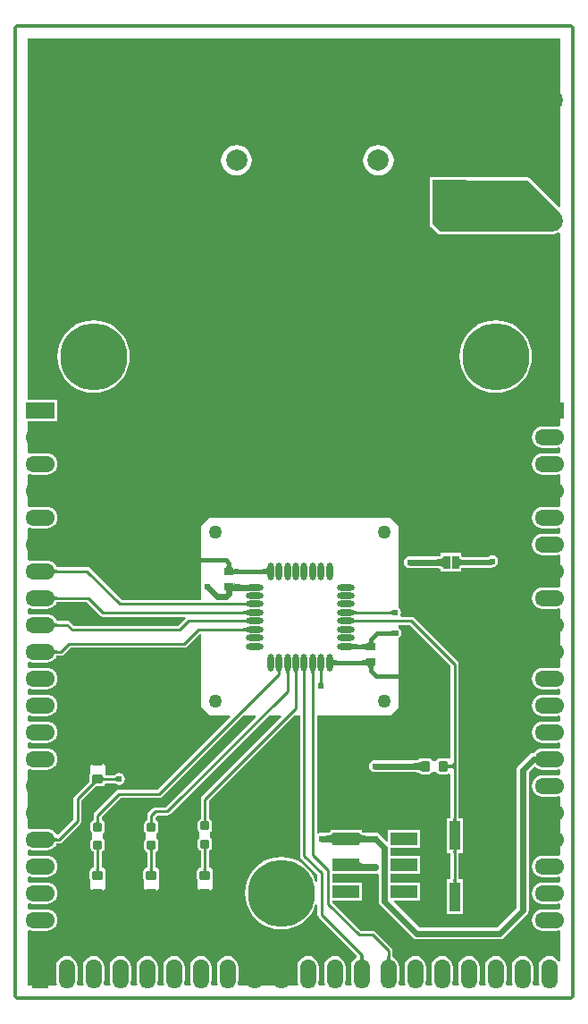
<source format=gtl>
G04*
G04 #@! TF.GenerationSoftware,Altium Limited,Altium Designer,18.1.7 (191)*
G04*
G04 Layer_Physical_Order=1*
G04 Layer_Color=255*
%FSLAX25Y25*%
%MOIN*%
G70*
G01*
G75*
%ADD11C,0.02000*%
%ADD16C,0.01000*%
%ADD21C,0.01200*%
G04:AMPARAMS|DCode=22|XSize=39.37mil|YSize=35.43mil|CornerRadius=4.43mil|HoleSize=0mil|Usage=FLASHONLY|Rotation=270.000|XOffset=0mil|YOffset=0mil|HoleType=Round|Shape=RoundedRectangle|*
%AMROUNDEDRECTD22*
21,1,0.03937,0.02657,0,0,270.0*
21,1,0.03051,0.03543,0,0,270.0*
1,1,0.00886,-0.01329,-0.01526*
1,1,0.00886,-0.01329,0.01526*
1,1,0.00886,0.01329,0.01526*
1,1,0.00886,0.01329,-0.01526*
%
%ADD22ROUNDEDRECTD22*%
%ADD23R,0.12598X0.16535*%
%ADD26R,0.03740X0.02953*%
%ADD27R,0.03937X0.11024*%
G04:AMPARAMS|DCode=28|XSize=39.37mil|YSize=35.43mil|CornerRadius=4.43mil|HoleSize=0mil|Usage=FLASHONLY|Rotation=0.000|XOffset=0mil|YOffset=0mil|HoleType=Round|Shape=RoundedRectangle|*
%AMROUNDEDRECTD28*
21,1,0.03937,0.02657,0,0,0.0*
21,1,0.03051,0.03543,0,0,0.0*
1,1,0.00886,0.01526,-0.01329*
1,1,0.00886,-0.01526,-0.01329*
1,1,0.00886,-0.01526,0.01329*
1,1,0.00886,0.01526,0.01329*
%
%ADD28ROUNDEDRECTD28*%
G04:AMPARAMS|DCode=29|XSize=31.5mil|YSize=31.5mil|CornerRadius=3.94mil|HoleSize=0mil|Usage=FLASHONLY|Rotation=270.000|XOffset=0mil|YOffset=0mil|HoleType=Round|Shape=RoundedRectangle|*
%AMROUNDEDRECTD29*
21,1,0.03150,0.02362,0,0,270.0*
21,1,0.02362,0.03150,0,0,270.0*
1,1,0.00787,-0.01181,-0.01181*
1,1,0.00787,-0.01181,0.01181*
1,1,0.00787,0.01181,0.01181*
1,1,0.00787,0.01181,-0.01181*
%
%ADD29ROUNDEDRECTD29*%
%ADD47R,0.02500X0.05000*%
%ADD48C,0.05000*%
%ADD49O,0.02362X0.06496*%
%ADD50O,0.06496X0.02362*%
%ADD51R,0.09843X0.04724*%
%ADD52C,0.02400*%
%ADD53C,0.01600*%
%ADD54C,0.02800*%
%ADD55C,0.07874*%
%ADD56C,0.25000*%
%ADD57O,0.11000X0.06000*%
%ADD58R,0.11000X0.06000*%
%ADD59O,0.06000X0.11000*%
%ADD60R,0.06000X0.11000*%
%ADD61C,0.02400*%
G36*
X302529Y394397D02*
X301975Y394167D01*
X291221Y404921D01*
X290890Y405142D01*
X290500Y405220D01*
X268476D01*
Y405268D01*
X253878D01*
Y386732D01*
X254626D01*
X256979Y384379D01*
X257310Y384158D01*
X257700Y384080D01*
X299957D01*
X300055Y384100D01*
X300156D01*
X300855Y384239D01*
X300948Y384278D01*
X301046Y384297D01*
X301706Y384570D01*
X301789Y384626D01*
X301882Y384664D01*
X301929Y384696D01*
X302529Y384375D01*
Y312729D01*
X301929Y312412D01*
X301000Y312534D01*
X296000D01*
X294956Y312397D01*
X293983Y311994D01*
X293147Y311353D01*
X292506Y310517D01*
X292103Y309544D01*
X291966Y308500D01*
X292103Y307456D01*
X292506Y306483D01*
X293147Y305647D01*
X293983Y305006D01*
X294956Y304603D01*
X296000Y304466D01*
X301000D01*
X301929Y304588D01*
X302529Y304271D01*
Y302729D01*
X301929Y302412D01*
X301000Y302535D01*
X296000D01*
X294956Y302397D01*
X293983Y301994D01*
X293147Y301353D01*
X292506Y300517D01*
X292103Y299544D01*
X291966Y298500D01*
X292103Y297456D01*
X292506Y296483D01*
X293147Y295647D01*
X293983Y295006D01*
X294956Y294603D01*
X296000Y294465D01*
X301000D01*
X301929Y294588D01*
X302529Y294271D01*
Y282729D01*
X301929Y282412D01*
X301000Y282535D01*
X296000D01*
X294956Y282397D01*
X293983Y281994D01*
X293147Y281353D01*
X292506Y280517D01*
X292103Y279544D01*
X291966Y278500D01*
X292103Y277456D01*
X292506Y276483D01*
X293147Y275647D01*
X293983Y275006D01*
X294956Y274603D01*
X296000Y274465D01*
X301000D01*
X301929Y274588D01*
X302529Y274271D01*
Y272729D01*
X301929Y272412D01*
X301000Y272534D01*
X296000D01*
X294956Y272397D01*
X293983Y271994D01*
X293147Y271353D01*
X292506Y270517D01*
X292103Y269544D01*
X291966Y268500D01*
X292103Y267456D01*
X292506Y266483D01*
X293147Y265647D01*
X293983Y265006D01*
X294956Y264603D01*
X296000Y264465D01*
X301000D01*
X301929Y264588D01*
X302529Y264271D01*
Y252729D01*
X301929Y252412D01*
X301000Y252535D01*
X296000D01*
X294956Y252397D01*
X293983Y251994D01*
X293147Y251353D01*
X292506Y250517D01*
X292103Y249544D01*
X291966Y248500D01*
X292103Y247456D01*
X292506Y246483D01*
X293147Y245647D01*
X293983Y245006D01*
X294956Y244603D01*
X296000Y244465D01*
X301000D01*
X301929Y244588D01*
X302529Y244271D01*
Y222729D01*
X301929Y222412D01*
X301000Y222534D01*
X296000D01*
X294956Y222397D01*
X293983Y221994D01*
X293147Y221353D01*
X292506Y220517D01*
X292103Y219544D01*
X291966Y218500D01*
X292103Y217456D01*
X292506Y216483D01*
X293147Y215647D01*
X293983Y215006D01*
X294956Y214603D01*
X296000Y214465D01*
X301000D01*
X301929Y214588D01*
X302529Y214271D01*
Y212729D01*
X301929Y212412D01*
X301000Y212534D01*
X296000D01*
X294956Y212397D01*
X293983Y211994D01*
X293147Y211353D01*
X292506Y210517D01*
X292103Y209544D01*
X291966Y208500D01*
X292103Y207456D01*
X292506Y206483D01*
X293147Y205647D01*
X293983Y205006D01*
X294956Y204603D01*
X296000Y204466D01*
X301000D01*
X301929Y204588D01*
X302529Y204271D01*
Y202729D01*
X301929Y202412D01*
X301000Y202535D01*
X296000D01*
X294956Y202397D01*
X293983Y201994D01*
X293147Y201353D01*
X292506Y200517D01*
X292103Y199544D01*
X291966Y198500D01*
X292103Y197456D01*
X292506Y196483D01*
X293147Y195647D01*
X293983Y195006D01*
X294956Y194603D01*
X296000Y194465D01*
X301000D01*
X301929Y194588D01*
X302529Y194271D01*
Y192729D01*
X301929Y192412D01*
X301000Y192534D01*
X296000D01*
X294956Y192397D01*
X293983Y191994D01*
X293147Y191353D01*
X292679Y190743D01*
X292500D01*
X291642Y190572D01*
X290914Y190086D01*
X286914Y186086D01*
X286428Y185358D01*
X286257Y184500D01*
Y132929D01*
X279071Y125743D01*
X249929D01*
X240431Y135241D01*
X240661Y135795D01*
X250248D01*
Y142520D01*
X239243D01*
Y145638D01*
X250248D01*
Y152362D01*
X239243D01*
Y155480D01*
X250248D01*
Y162205D01*
X238405D01*
Y158051D01*
X237851Y157821D01*
X235244Y160429D01*
X234516Y160915D01*
X233658Y161086D01*
X229428D01*
X229242Y161101D01*
X228967Y161145D01*
X228761Y161198D01*
X228629Y161250D01*
X228600Y161267D01*
X228596Y161304D01*
X228594Y161309D01*
Y162205D01*
X227621D01*
X227583Y162212D01*
X227544Y162205D01*
X227488D01*
X227471Y162206D01*
X227466Y162205D01*
X217880D01*
X217875Y162206D01*
X217858Y162205D01*
X217802D01*
X217764Y162212D01*
X217726Y162205D01*
X216752D01*
Y161309D01*
X216751Y161304D01*
X216746Y161267D01*
X216718Y161250D01*
X216585Y161198D01*
X216380Y161145D01*
X216104Y161101D01*
X215919Y161086D01*
X213657D01*
X212799Y160915D01*
X212354Y160617D01*
X211754Y160938D01*
Y204700D01*
X239200Y204700D01*
X242300Y207800D01*
X242300Y233656D01*
X242686Y233914D01*
X243172Y234642D01*
X243343Y235500D01*
X243172Y236358D01*
X242686Y237086D01*
X242300Y237344D01*
Y238396D01*
X246441D01*
X261597Y223240D01*
Y188838D01*
X260997Y188547D01*
X260750Y188712D01*
X260187Y188823D01*
X257529D01*
X256966Y188712D01*
X256489Y188393D01*
X256170Y187915D01*
X256146Y187795D01*
X254877D01*
X254853Y187915D01*
X254534Y188393D01*
X254057Y188712D01*
X253494Y188823D01*
X250837D01*
X250274Y188712D01*
X250061Y188569D01*
X250057Y188568D01*
X250045Y188558D01*
X249796Y188393D01*
X249749Y188323D01*
X249746Y188320D01*
X249712Y188279D01*
X249675Y188258D01*
X249579Y188219D01*
X249430Y188175D01*
X249231Y188133D01*
X248997Y188098D01*
X248603Y188070D01*
X233465D01*
X232606Y187899D01*
X231878Y187413D01*
X231392Y186685D01*
X231222Y185827D01*
X231392Y184968D01*
X231878Y184241D01*
X232606Y183754D01*
X233465Y183584D01*
X248603D01*
X248997Y183555D01*
X249231Y183521D01*
X249430Y183479D01*
X249579Y183435D01*
X249675Y183396D01*
X249712Y183375D01*
X249746Y183334D01*
X249749Y183331D01*
X249796Y183261D01*
X250045Y183095D01*
X250057Y183085D01*
X250061Y183084D01*
X250274Y182942D01*
X250837Y182830D01*
X253494D01*
X254057Y182942D01*
X254534Y183261D01*
X254853Y183738D01*
X254877Y183858D01*
X256146D01*
X256170Y183738D01*
X256489Y183261D01*
X256966Y182942D01*
X257529Y182830D01*
X260187D01*
X260750Y182942D01*
X260997Y183107D01*
X261597Y182816D01*
Y166429D01*
X260157D01*
Y153405D01*
X261597D01*
Y143595D01*
X260157D01*
Y130571D01*
X266094D01*
Y143595D01*
X264655D01*
Y153405D01*
X266094D01*
Y166429D01*
X264655D01*
Y185827D01*
Y223874D01*
X264539Y224459D01*
X264207Y224956D01*
X248156Y241007D01*
X247660Y241338D01*
X247075Y241455D01*
X243210D01*
X242889Y242055D01*
X242998Y242216D01*
X243168Y243075D01*
X242998Y243933D01*
X242511Y244661D01*
X242300Y244802D01*
X242300Y275200D01*
X239200Y278300D01*
X171700Y278300D01*
X168700Y275300D01*
X168700Y253627D01*
X168684Y253603D01*
X168513Y252744D01*
X168684Y251886D01*
X168700Y251861D01*
Y247754D01*
X138909D01*
X127081Y259581D01*
X126585Y259913D01*
X126000Y260029D01*
X114711D01*
X114696Y260031D01*
X114494Y260517D01*
X113853Y261353D01*
X113017Y261994D01*
X112044Y262397D01*
X111000Y262534D01*
X106000D01*
X104956Y262397D01*
X104571Y262238D01*
X103971Y262638D01*
Y274361D01*
X104571Y274762D01*
X104956Y274603D01*
X106000Y274465D01*
X111000D01*
X112044Y274603D01*
X113017Y275006D01*
X113853Y275647D01*
X114494Y276483D01*
X114897Y277456D01*
X115034Y278500D01*
X114897Y279544D01*
X114494Y280517D01*
X113853Y281353D01*
X113017Y281994D01*
X112044Y282397D01*
X111000Y282535D01*
X106000D01*
X104956Y282397D01*
X104571Y282238D01*
X103971Y282639D01*
Y294361D01*
X104571Y294762D01*
X104956Y294603D01*
X106000Y294465D01*
X111000D01*
X112044Y294603D01*
X113017Y295006D01*
X113853Y295647D01*
X114494Y296483D01*
X114897Y297456D01*
X115034Y298500D01*
X114897Y299544D01*
X114494Y300517D01*
X113853Y301353D01*
X113017Y301994D01*
X112044Y302397D01*
X111000Y302535D01*
X106000D01*
X104956Y302397D01*
X104571Y302238D01*
X103971Y302639D01*
Y314500D01*
X115000D01*
Y322500D01*
X103971D01*
Y457029D01*
X302529D01*
Y394397D01*
D02*
G37*
G36*
Y392171D02*
Y386947D01*
X302400Y386400D01*
X302161Y386161D01*
X301908Y385908D01*
X301315Y385512D01*
X300656Y385239D01*
X299957Y385100D01*
X257700D01*
X254900Y387900D01*
X265400Y404200D01*
X290500D01*
X302529Y392171D01*
D02*
G37*
G36*
X179808Y261016D02*
X179832Y260744D01*
X179872Y260504D01*
X179928Y260296D01*
X180000Y260120D01*
X180088Y259976D01*
X180192Y259864D01*
X180312Y259784D01*
X180448Y259736D01*
X180600Y259720D01*
X177400D01*
X177552Y259736D01*
X177688Y259784D01*
X177808Y259864D01*
X177912Y259976D01*
X178000Y260120D01*
X178072Y260296D01*
X178128Y260504D01*
X178168Y260744D01*
X178192Y261016D01*
X178200Y261320D01*
X179800D01*
X179808Y261016D01*
D02*
G37*
G36*
X113819Y259402D02*
X113853Y259318D01*
X113911Y259243D01*
X113991Y259179D01*
X114094Y259124D01*
X114220Y259079D01*
X114369Y259045D01*
X114541Y259020D01*
X114735Y259005D01*
X114953Y259000D01*
Y258000D01*
X114735Y257995D01*
X114541Y257980D01*
X114369Y257955D01*
X114220Y257921D01*
X114094Y257876D01*
X113991Y257821D01*
X113911Y257757D01*
X113853Y257682D01*
X113819Y257598D01*
X113808Y257504D01*
Y259496D01*
X113819Y259402D01*
D02*
G37*
G36*
X193309Y256928D02*
X193293Y257080D01*
X193245Y257216D01*
X193164Y257336D01*
X193051Y257440D01*
X192906Y257528D01*
X192729Y257600D01*
X192519Y257656D01*
X192278Y257696D01*
X192004Y257720D01*
X191697Y257728D01*
Y259328D01*
X192004Y259336D01*
X192278Y259360D01*
X192519Y259400D01*
X192729Y259456D01*
X192906Y259528D01*
X193051Y259616D01*
X193164Y259720D01*
X193245Y259840D01*
X193293Y259976D01*
X193309Y260128D01*
Y256928D01*
D02*
G37*
G36*
X180874Y259646D02*
X180922Y259579D01*
X181002Y259520D01*
X181114Y259469D01*
X181258Y259426D01*
X181434Y259390D01*
X181642Y259363D01*
X182154Y259331D01*
X182458Y259328D01*
Y257728D01*
X182152Y257720D01*
X181879Y257696D01*
X181637Y257656D01*
X181428Y257600D01*
X181251Y257528D01*
X181106Y257440D01*
X180993Y257336D01*
X180912Y257216D01*
X180863Y257080D01*
X180846Y256928D01*
X180858Y259720D01*
X180874Y259646D01*
D02*
G37*
G36*
X180882Y254116D02*
X180954Y254034D01*
X181074Y253961D01*
X181242Y253898D01*
X181458Y253845D01*
X181722Y253801D01*
X182034Y253767D01*
X182802Y253729D01*
X183258Y253724D01*
Y251324D01*
X180858Y251280D01*
Y254208D01*
X180882Y254116D01*
D02*
G37*
G36*
X113819Y249402D02*
X113853Y249318D01*
X113911Y249243D01*
X113991Y249179D01*
X114094Y249124D01*
X114220Y249079D01*
X114369Y249045D01*
X114541Y249020D01*
X114735Y249005D01*
X114953Y249000D01*
Y248000D01*
X114735Y247995D01*
X114541Y247980D01*
X114369Y247955D01*
X114220Y247921D01*
X114094Y247876D01*
X113991Y247821D01*
X113911Y247757D01*
X113853Y247682D01*
X113819Y247598D01*
X113808Y247503D01*
Y249497D01*
X113819Y249402D01*
D02*
G37*
G36*
X185796Y245234D02*
X185781Y245327D01*
X185738Y245410D01*
X185665Y245484D01*
X185564Y245548D01*
X185433Y245602D01*
X185274Y245646D01*
X185086Y245680D01*
X184869Y245705D01*
X184622Y245720D01*
X184347Y245724D01*
Y246724D01*
X184622Y246729D01*
X185086Y246769D01*
X185274Y246803D01*
X185433Y246847D01*
X185564Y246901D01*
X185665Y246965D01*
X185738Y247038D01*
X185781Y247122D01*
X185796Y247215D01*
Y245234D01*
D02*
G37*
G36*
X130844Y241993D02*
X131340Y241662D01*
X131925Y241545D01*
X162586D01*
X162762Y241199D01*
X162798Y240945D01*
X159996Y238144D01*
X121106D01*
X119668Y239581D01*
X119172Y239913D01*
X118587Y240029D01*
X114711D01*
X114696Y240031D01*
X114494Y240517D01*
X113853Y241353D01*
X113017Y241994D01*
X112044Y242397D01*
X111000Y242534D01*
X106000D01*
X104956Y242397D01*
X104571Y242238D01*
X103971Y242638D01*
Y244361D01*
X104571Y244762D01*
X104956Y244603D01*
X106000Y244465D01*
X111000D01*
X112044Y244603D01*
X113017Y245006D01*
X113853Y245647D01*
X114494Y246483D01*
X114696Y246969D01*
X114711Y246971D01*
X125866D01*
X130844Y241993D01*
D02*
G37*
G36*
X240068Y242235D02*
X239999Y242299D01*
X239923Y242357D01*
X239842Y242408D01*
X239756Y242452D01*
X239663Y242490D01*
X239565Y242520D01*
X239461Y242544D01*
X239351Y242561D01*
X239236Y242571D01*
X239114Y242575D01*
Y243575D01*
X239236Y243578D01*
X239351Y243588D01*
X239461Y243605D01*
X239565Y243629D01*
X239663Y243660D01*
X239756Y243697D01*
X239842Y243741D01*
X239923Y243792D01*
X239999Y243850D01*
X240068Y243915D01*
Y242235D01*
D02*
G37*
G36*
X225219Y243972D02*
X225262Y243889D01*
X225335Y243815D01*
X225436Y243751D01*
X225567Y243697D01*
X225726Y243653D01*
X225914Y243619D01*
X226131Y243594D01*
X226378Y243580D01*
X226653Y243575D01*
Y242575D01*
X226378Y242570D01*
X225914Y242531D01*
X225726Y242496D01*
X225567Y242452D01*
X225436Y242398D01*
X225335Y242335D01*
X225262Y242261D01*
X225219Y242178D01*
X225204Y242084D01*
Y244065D01*
X225219Y243972D01*
D02*
G37*
G36*
X185796Y242084D02*
X185781Y242178D01*
X185738Y242261D01*
X185665Y242335D01*
X185564Y242398D01*
X185433Y242452D01*
X185274Y242496D01*
X185086Y242531D01*
X184869Y242555D01*
X184622Y242570D01*
X184347Y242575D01*
Y243575D01*
X184622Y243580D01*
X185086Y243619D01*
X185274Y243653D01*
X185433Y243697D01*
X185564Y243751D01*
X185665Y243815D01*
X185738Y243889D01*
X185781Y243972D01*
X185796Y244065D01*
Y242084D01*
D02*
G37*
G36*
X225219Y240823D02*
X225262Y240739D01*
X225335Y240666D01*
X225436Y240602D01*
X225567Y240548D01*
X225726Y240504D01*
X225914Y240469D01*
X226131Y240445D01*
X226378Y240430D01*
X226653Y240425D01*
Y239425D01*
X226378Y239420D01*
X225914Y239381D01*
X225726Y239347D01*
X225567Y239303D01*
X225436Y239249D01*
X225335Y239185D01*
X225262Y239111D01*
X225219Y239028D01*
X225204Y238935D01*
Y240916D01*
X225219Y240823D01*
D02*
G37*
G36*
X185796Y238935D02*
X185781Y239028D01*
X185738Y239111D01*
X185665Y239185D01*
X185564Y239249D01*
X185433Y239303D01*
X185274Y239347D01*
X185086Y239381D01*
X184869Y239406D01*
X184622Y239420D01*
X184347Y239425D01*
Y240425D01*
X184622Y240430D01*
X185086Y240469D01*
X185274Y240504D01*
X185433Y240548D01*
X185564Y240602D01*
X185665Y240666D01*
X185738Y240739D01*
X185781Y240823D01*
X185796Y240916D01*
Y238935D01*
D02*
G37*
G36*
X113819Y239402D02*
X113853Y239318D01*
X113911Y239243D01*
X113991Y239179D01*
X114094Y239124D01*
X114220Y239079D01*
X114369Y239045D01*
X114541Y239020D01*
X114735Y239005D01*
X114953Y239000D01*
Y238000D01*
X114735Y237995D01*
X114541Y237980D01*
X114369Y237955D01*
X114220Y237921D01*
X114094Y237876D01*
X113991Y237821D01*
X113911Y237757D01*
X113853Y237682D01*
X113819Y237598D01*
X113808Y237504D01*
Y239496D01*
X113819Y239402D01*
D02*
G37*
G36*
X185796Y235785D02*
X185781Y235878D01*
X185738Y235962D01*
X185665Y236035D01*
X185564Y236099D01*
X185433Y236153D01*
X185274Y236197D01*
X185086Y236231D01*
X184869Y236256D01*
X184622Y236271D01*
X184347Y236276D01*
Y237276D01*
X184622Y237281D01*
X185086Y237320D01*
X185274Y237354D01*
X185433Y237398D01*
X185564Y237452D01*
X185665Y237516D01*
X185738Y237590D01*
X185781Y237673D01*
X185796Y237766D01*
Y235785D01*
D02*
G37*
G36*
X240243Y234660D02*
X240228Y234668D01*
X240200Y234674D01*
X240158Y234680D01*
X240034Y234690D01*
X239622Y234700D01*
X239486Y234700D01*
Y236300D01*
X240243Y236340D01*
Y234660D01*
D02*
G37*
G36*
X232807Y232917D02*
X232827Y232663D01*
X232861Y232439D01*
X232909Y232245D01*
X232970Y232081D01*
X233045Y231947D01*
X233133Y231842D01*
X233235Y231768D01*
X233351Y231723D01*
X233480Y231708D01*
X230520D01*
X230649Y231723D01*
X230765Y231768D01*
X230867Y231842D01*
X230955Y231947D01*
X231030Y232081D01*
X231091Y232245D01*
X231139Y232439D01*
X231173Y232663D01*
X231193Y232917D01*
X231200Y233200D01*
X232800D01*
X232807Y232917D01*
D02*
G37*
G36*
X225255Y231456D02*
X225351Y231418D01*
X225473Y231385D01*
X225622Y231356D01*
X225796Y231332D01*
X226221Y231296D01*
X227054Y231276D01*
Y229676D01*
X226751Y229674D01*
X225622Y229597D01*
X225473Y229568D01*
X225351Y229535D01*
X225255Y229497D01*
X225184Y229455D01*
Y231498D01*
X225255Y231456D01*
D02*
G37*
G36*
X230154Y228876D02*
X230137Y229028D01*
X230088Y229164D01*
X230007Y229284D01*
X229894Y229388D01*
X229749Y229476D01*
X229572Y229548D01*
X229363Y229604D01*
X229121Y229644D01*
X228848Y229668D01*
X228542Y229676D01*
Y231276D01*
X228846Y231281D01*
X229358Y231316D01*
X229566Y231347D01*
X229742Y231387D01*
X229886Y231436D01*
X229998Y231494D01*
X230078Y231560D01*
X230126Y231636D01*
X230142Y231720D01*
X230154Y228876D01*
D02*
G37*
G36*
X113819Y229402D02*
X113853Y229318D01*
X113911Y229243D01*
X113991Y229179D01*
X114094Y229124D01*
X114220Y229079D01*
X114369Y229045D01*
X114541Y229020D01*
X114735Y229005D01*
X114953Y229000D01*
Y228000D01*
X114735Y227995D01*
X114541Y227980D01*
X114369Y227955D01*
X114220Y227921D01*
X114094Y227876D01*
X113991Y227821D01*
X113911Y227757D01*
X113853Y227682D01*
X113819Y227598D01*
X113808Y227503D01*
Y229497D01*
X113819Y229402D01*
D02*
G37*
G36*
X168700Y235203D02*
X168700Y207800D01*
X171800Y204700D01*
X179186D01*
X179416Y204146D01*
X152300Y177029D01*
X138000D01*
X137415Y176913D01*
X136919Y176581D01*
X128919Y168581D01*
X128587Y168085D01*
X128471Y167500D01*
Y165742D01*
X128275Y165703D01*
X127814Y165395D01*
X127506Y164934D01*
X127398Y164390D01*
Y162028D01*
X127506Y161484D01*
X127814Y161023D01*
X128032Y160878D01*
Y158847D01*
X127814Y158702D01*
X127506Y158241D01*
X127398Y157697D01*
Y155335D01*
X127506Y154791D01*
X127814Y154330D01*
X128275Y154022D01*
X128471Y153983D01*
Y148008D01*
X127911Y147897D01*
X127434Y147578D01*
X127115Y147100D01*
X127003Y146537D01*
Y143880D01*
X127115Y143317D01*
X127244Y143124D01*
Y140287D01*
X128032Y139500D01*
X131953D01*
Y139516D01*
X131955Y139500D01*
X131968D01*
X132756Y140287D01*
Y143124D01*
X132885Y143317D01*
X132997Y143880D01*
Y146537D01*
X132885Y147100D01*
X132566Y147578D01*
X132089Y147897D01*
X131529Y148008D01*
Y153983D01*
X131725Y154022D01*
X132186Y154330D01*
X132494Y154791D01*
X132602Y155335D01*
Y157697D01*
X132494Y158241D01*
X132186Y158702D01*
X131968Y158847D01*
Y160878D01*
X132186Y161023D01*
X132494Y161484D01*
X132602Y162028D01*
Y164390D01*
X132494Y164934D01*
X132186Y165395D01*
X131725Y165703D01*
X131529Y165742D01*
Y166867D01*
X138634Y173971D01*
X152933D01*
X153518Y174087D01*
X154015Y174419D01*
X184296Y204700D01*
X188753Y204700D01*
X188983Y204146D01*
X155367Y170529D01*
X151500D01*
X150915Y170413D01*
X150419Y170081D01*
X148919Y168581D01*
X148587Y168085D01*
X148471Y167500D01*
Y165588D01*
X148275Y165549D01*
X147814Y165241D01*
X147506Y164780D01*
X147398Y164236D01*
Y161874D01*
X147506Y161330D01*
X147814Y160869D01*
X148031Y160724D01*
Y158693D01*
X147814Y158548D01*
X147506Y158087D01*
X147398Y157543D01*
Y155181D01*
X147506Y154637D01*
X147814Y154176D01*
X148275Y153868D01*
X148471Y153829D01*
Y148008D01*
X147911Y147897D01*
X147434Y147578D01*
X147115Y147100D01*
X147003Y146537D01*
Y143880D01*
X147115Y143317D01*
X147244Y143124D01*
Y140287D01*
X148031Y139500D01*
X148045D01*
X148047Y139516D01*
Y139500D01*
X151953D01*
Y139516D01*
X151955Y139500D01*
X151969D01*
X152756Y140287D01*
Y143124D01*
X152885Y143317D01*
X152997Y143880D01*
Y146537D01*
X152885Y147100D01*
X152566Y147578D01*
X152089Y147897D01*
X151529Y148008D01*
Y153829D01*
X151725Y153868D01*
X152186Y154176D01*
X152494Y154637D01*
X152602Y155181D01*
Y157543D01*
X152494Y158087D01*
X152186Y158548D01*
X151969Y158693D01*
Y160724D01*
X152186Y160869D01*
X152494Y161330D01*
X152602Y161874D01*
Y164236D01*
X152494Y164780D01*
X152186Y165241D01*
X151725Y165549D01*
X151529Y165588D01*
Y166867D01*
X152134Y167471D01*
X156000D01*
X156585Y167587D01*
X157081Y167919D01*
X193863Y204700D01*
X198253D01*
X198483Y204146D01*
X168919Y174581D01*
X168587Y174085D01*
X168471Y173500D01*
Y166088D01*
X168275Y166049D01*
X167814Y165741D01*
X167506Y165280D01*
X167398Y164736D01*
Y162374D01*
X167506Y161830D01*
X167814Y161369D01*
X168032Y161224D01*
Y159193D01*
X167814Y159048D01*
X167506Y158587D01*
X167398Y158043D01*
Y155681D01*
X167506Y155137D01*
X167814Y154676D01*
X168275Y154368D01*
X168471Y154329D01*
Y148008D01*
X167911Y147897D01*
X167434Y147578D01*
X167115Y147100D01*
X167003Y146537D01*
Y143880D01*
X167115Y143317D01*
X167244Y143124D01*
Y140287D01*
X168032Y139500D01*
X168045D01*
X168047Y139516D01*
Y139500D01*
X171968D01*
X172756Y140287D01*
Y143124D01*
X172885Y143317D01*
X172997Y143880D01*
Y146537D01*
X172885Y147100D01*
X172566Y147578D01*
X172089Y147897D01*
X171529Y148008D01*
Y154329D01*
X171725Y154368D01*
X172186Y154676D01*
X172494Y155137D01*
X172602Y155681D01*
Y158043D01*
X172494Y158587D01*
X172186Y159048D01*
X171968Y159193D01*
Y161224D01*
X172186Y161369D01*
X172494Y161830D01*
X172602Y162374D01*
Y164736D01*
X172494Y165280D01*
X172186Y165741D01*
X171725Y166049D01*
X171529Y166088D01*
Y172866D01*
X203363Y204700D01*
X205545D01*
Y152425D01*
X205662Y151840D01*
X205993Y151344D01*
X211971Y145367D01*
Y142790D01*
X211379Y142685D01*
X210566Y144648D01*
X209455Y146460D01*
X208075Y148075D01*
X206460Y149455D01*
X204648Y150566D01*
X202685Y151379D01*
X200618Y151875D01*
X198500Y152042D01*
X196382Y151875D01*
X194315Y151379D01*
X192352Y150566D01*
X190540Y149455D01*
X188925Y148075D01*
X187545Y146460D01*
X186434Y144648D01*
X185621Y142685D01*
X185125Y140618D01*
X184958Y138500D01*
X185125Y136382D01*
X185621Y134315D01*
X186434Y132352D01*
X187545Y130540D01*
X188925Y128925D01*
X190540Y127544D01*
X192352Y126434D01*
X194315Y125621D01*
X196382Y125125D01*
X198500Y124958D01*
X200618Y125125D01*
X202685Y125621D01*
X204648Y126434D01*
X206460Y127544D01*
X208075Y128925D01*
X209455Y130540D01*
X210566Y132352D01*
X211379Y134315D01*
X211971Y134210D01*
Y130500D01*
X212087Y129915D01*
X212419Y129419D01*
X226632Y115205D01*
X226491Y114497D01*
X226483Y114494D01*
X225647Y113853D01*
X225006Y113017D01*
X224603Y112044D01*
X224465Y111000D01*
Y106000D01*
X224603Y104956D01*
X224762Y104571D01*
X224361Y103971D01*
X222639D01*
X222238Y104571D01*
X222397Y104956D01*
X222534Y106000D01*
Y111000D01*
X222397Y112044D01*
X221994Y113017D01*
X221353Y113853D01*
X220517Y114494D01*
X219544Y114897D01*
X218500Y115034D01*
X217456Y114897D01*
X216483Y114494D01*
X215647Y113853D01*
X215006Y113017D01*
X214603Y112044D01*
X214465Y111000D01*
Y106000D01*
X214603Y104956D01*
X214762Y104571D01*
X214362Y103971D01*
X212638D01*
X212238Y104571D01*
X212397Y104956D01*
X212534Y106000D01*
Y111000D01*
X212397Y112044D01*
X211994Y113017D01*
X211353Y113853D01*
X210517Y114494D01*
X209544Y114897D01*
X208500Y115034D01*
X207456Y114897D01*
X206483Y114494D01*
X205647Y113853D01*
X205006Y113017D01*
X204603Y112044D01*
X204466Y111000D01*
Y106000D01*
X204603Y104956D01*
X204762Y104571D01*
X204361Y103971D01*
X182639D01*
X182238Y104571D01*
X182397Y104956D01*
X182535Y106000D01*
Y111000D01*
X182397Y112044D01*
X181994Y113017D01*
X181353Y113853D01*
X180517Y114494D01*
X179544Y114897D01*
X178500Y115034D01*
X177456Y114897D01*
X176483Y114494D01*
X175647Y113853D01*
X175006Y113017D01*
X174603Y112044D01*
X174466Y111000D01*
Y106000D01*
X174603Y104956D01*
X174762Y104571D01*
X174361Y103971D01*
X172639D01*
X172238Y104571D01*
X172397Y104956D01*
X172535Y106000D01*
Y111000D01*
X172397Y112044D01*
X171994Y113017D01*
X171353Y113853D01*
X170517Y114494D01*
X169544Y114897D01*
X168500Y115034D01*
X167456Y114897D01*
X166483Y114494D01*
X165647Y113853D01*
X165006Y113017D01*
X164603Y112044D01*
X164465Y111000D01*
Y106000D01*
X164603Y104956D01*
X164762Y104571D01*
X164361Y103971D01*
X162639D01*
X162238Y104571D01*
X162397Y104956D01*
X162534Y106000D01*
Y111000D01*
X162397Y112044D01*
X161994Y113017D01*
X161353Y113853D01*
X160517Y114494D01*
X159544Y114897D01*
X158500Y115034D01*
X157456Y114897D01*
X156483Y114494D01*
X155647Y113853D01*
X155006Y113017D01*
X154603Y112044D01*
X154465Y111000D01*
Y106000D01*
X154603Y104956D01*
X154762Y104571D01*
X154361Y103971D01*
X152639D01*
X152238Y104571D01*
X152397Y104956D01*
X152534Y106000D01*
Y111000D01*
X152397Y112044D01*
X151994Y113017D01*
X151353Y113853D01*
X150517Y114494D01*
X149544Y114897D01*
X148500Y115034D01*
X147456Y114897D01*
X146483Y114494D01*
X145647Y113853D01*
X145006Y113017D01*
X144603Y112044D01*
X144465Y111000D01*
Y106000D01*
X144603Y104956D01*
X144762Y104571D01*
X144361Y103971D01*
X142639D01*
X142238Y104571D01*
X142397Y104956D01*
X142534Y106000D01*
Y111000D01*
X142397Y112044D01*
X141994Y113017D01*
X141353Y113853D01*
X140517Y114494D01*
X139544Y114897D01*
X138500Y115034D01*
X137456Y114897D01*
X136483Y114494D01*
X135647Y113853D01*
X135006Y113017D01*
X134603Y112044D01*
X134466Y111000D01*
Y106000D01*
X134603Y104956D01*
X134762Y104571D01*
X134361Y103971D01*
X132639D01*
X132238Y104571D01*
X132397Y104956D01*
X132535Y106000D01*
Y111000D01*
X132397Y112044D01*
X131994Y113017D01*
X131353Y113853D01*
X130517Y114494D01*
X129544Y114897D01*
X128500Y115034D01*
X127456Y114897D01*
X126483Y114494D01*
X125647Y113853D01*
X125006Y113017D01*
X124603Y112044D01*
X124466Y111000D01*
Y106000D01*
X124603Y104956D01*
X124762Y104571D01*
X124361Y103971D01*
X122639D01*
X122238Y104571D01*
X122397Y104956D01*
X122535Y106000D01*
Y111000D01*
X122397Y112044D01*
X121994Y113017D01*
X121353Y113853D01*
X120517Y114494D01*
X119544Y114897D01*
X118500Y115034D01*
X117456Y114897D01*
X116483Y114494D01*
X115647Y113853D01*
X115006Y113017D01*
X114603Y112044D01*
X114465Y111000D01*
Y106000D01*
X114603Y104956D01*
X114762Y104571D01*
X114361Y103971D01*
X103971D01*
Y124361D01*
X104571Y124762D01*
X104956Y124603D01*
X106000Y124466D01*
X111000D01*
X112044Y124603D01*
X113017Y125006D01*
X113853Y125647D01*
X114494Y126483D01*
X114897Y127456D01*
X115034Y128500D01*
X114897Y129544D01*
X114494Y130517D01*
X113853Y131353D01*
X113017Y131994D01*
X112044Y132397D01*
X111000Y132535D01*
X106000D01*
X104956Y132397D01*
X104571Y132238D01*
X103971Y132639D01*
Y134361D01*
X104571Y134762D01*
X104956Y134603D01*
X106000Y134466D01*
X111000D01*
X112044Y134603D01*
X113017Y135006D01*
X113853Y135647D01*
X114494Y136483D01*
X114897Y137456D01*
X115034Y138500D01*
X114897Y139544D01*
X114494Y140517D01*
X113853Y141353D01*
X113017Y141994D01*
X112044Y142397D01*
X111000Y142534D01*
X106000D01*
X104956Y142397D01*
X104571Y142238D01*
X103971Y142639D01*
Y144361D01*
X104571Y144762D01*
X104956Y144603D01*
X106000Y144465D01*
X111000D01*
X112044Y144603D01*
X113017Y145006D01*
X113853Y145647D01*
X114494Y146483D01*
X114897Y147456D01*
X115034Y148500D01*
X114897Y149544D01*
X114494Y150517D01*
X113853Y151353D01*
X113017Y151994D01*
X112044Y152397D01*
X111000Y152534D01*
X106000D01*
X104956Y152397D01*
X104571Y152238D01*
X103971Y152639D01*
Y154361D01*
X104571Y154762D01*
X104956Y154603D01*
X106000Y154465D01*
X111000D01*
X112044Y154603D01*
X113017Y155006D01*
X113853Y155647D01*
X114494Y156483D01*
X114696Y156969D01*
X114711Y156971D01*
X115500D01*
X116085Y157087D01*
X116581Y157419D01*
X123581Y164419D01*
X123913Y164915D01*
X124029Y165500D01*
Y173020D01*
X129130Y178121D01*
X129280Y178260D01*
X129397Y178353D01*
X129398Y178354D01*
X131526D01*
X132089Y178466D01*
X132566Y178785D01*
X132885Y179262D01*
X132926Y179471D01*
X136323D01*
X136344Y179467D01*
X136374Y179461D01*
X136385Y179457D01*
X136414Y179414D01*
X137142Y178928D01*
X138000Y178757D01*
X138858Y178928D01*
X139586Y179414D01*
X140072Y180142D01*
X140243Y181000D01*
X140072Y181858D01*
X139586Y182586D01*
X138858Y183072D01*
X138000Y183243D01*
X137142Y183072D01*
X136414Y182586D01*
X136385Y182543D01*
X136374Y182539D01*
X136344Y182533D01*
X136323Y182529D01*
X132987D01*
X132885Y183045D01*
X132756Y183238D01*
Y186075D01*
X131968Y186862D01*
X128032D01*
X127244Y186075D01*
Y183238D01*
X127115Y183045D01*
X127003Y182482D01*
Y180350D01*
X126827Y180143D01*
X121419Y174735D01*
X121087Y174239D01*
X120971Y173653D01*
Y166133D01*
X115205Y160368D01*
X114497Y160509D01*
X114494Y160517D01*
X113853Y161353D01*
X113017Y161994D01*
X112044Y162397D01*
X111000Y162534D01*
X106000D01*
X104956Y162397D01*
X104571Y162238D01*
X103971Y162639D01*
Y184361D01*
X104571Y184762D01*
X104956Y184603D01*
X106000Y184466D01*
X111000D01*
X112044Y184603D01*
X113017Y185006D01*
X113853Y185647D01*
X114494Y186483D01*
X114897Y187456D01*
X115034Y188500D01*
X114897Y189544D01*
X114494Y190517D01*
X113853Y191353D01*
X113017Y191994D01*
X112044Y192397D01*
X111000Y192534D01*
X106000D01*
X104956Y192397D01*
X104571Y192238D01*
X103971Y192639D01*
Y194361D01*
X104571Y194762D01*
X104956Y194603D01*
X106000Y194465D01*
X111000D01*
X112044Y194603D01*
X113017Y195006D01*
X113853Y195647D01*
X114494Y196483D01*
X114897Y197456D01*
X115034Y198500D01*
X114897Y199544D01*
X114494Y200517D01*
X113853Y201353D01*
X113017Y201994D01*
X112044Y202397D01*
X111000Y202535D01*
X106000D01*
X104956Y202397D01*
X104571Y202238D01*
X103971Y202639D01*
Y204361D01*
X104571Y204762D01*
X104956Y204603D01*
X106000Y204466D01*
X111000D01*
X112044Y204603D01*
X113017Y205006D01*
X113853Y205647D01*
X114494Y206483D01*
X114897Y207456D01*
X115034Y208500D01*
X114897Y209544D01*
X114494Y210517D01*
X113853Y211353D01*
X113017Y211994D01*
X112044Y212397D01*
X111000Y212534D01*
X106000D01*
X104956Y212397D01*
X104571Y212238D01*
X103971Y212638D01*
Y214362D01*
X104571Y214762D01*
X104956Y214603D01*
X106000Y214465D01*
X111000D01*
X112044Y214603D01*
X113017Y215006D01*
X113853Y215647D01*
X114494Y216483D01*
X114897Y217456D01*
X115034Y218500D01*
X114897Y219544D01*
X114494Y220517D01*
X113853Y221353D01*
X113017Y221994D01*
X112044Y222397D01*
X111000Y222534D01*
X106000D01*
X104956Y222397D01*
X104571Y222238D01*
X103971Y222639D01*
Y224361D01*
X104571Y224762D01*
X104956Y224603D01*
X106000Y224465D01*
X111000D01*
X112044Y224603D01*
X113017Y225006D01*
X113853Y225647D01*
X114494Y226483D01*
X114696Y226969D01*
X114711Y226971D01*
X116295D01*
X116881Y227087D01*
X117377Y227419D01*
X119925Y229967D01*
X162205D01*
X162790Y230083D01*
X163286Y230415D01*
X168100Y235228D01*
X168700Y235203D01*
D02*
G37*
G36*
X230142Y223280D02*
X230126Y223354D01*
X230078Y223421D01*
X229998Y223480D01*
X229886Y223531D01*
X229742Y223574D01*
X229566Y223610D01*
X229358Y223637D01*
X228846Y223669D01*
X228542Y223672D01*
Y225272D01*
X228848Y225280D01*
X229121Y225304D01*
X229363Y225344D01*
X229572Y225400D01*
X229749Y225472D01*
X229894Y225560D01*
X230007Y225664D01*
X230088Y225784D01*
X230137Y225920D01*
X230154Y226072D01*
X230142Y223280D01*
D02*
G37*
G36*
X217707Y225920D02*
X217755Y225784D01*
X217836Y225664D01*
X217949Y225560D01*
X218094Y225472D01*
X218271Y225400D01*
X218481Y225344D01*
X218723Y225304D01*
X218997Y225280D01*
X219303Y225272D01*
Y223672D01*
X218997Y223664D01*
X218723Y223640D01*
X218481Y223600D01*
X218271Y223544D01*
X218094Y223472D01*
X217949Y223384D01*
X217836Y223280D01*
X217755Y223160D01*
X217707Y223024D01*
X217691Y222872D01*
Y226072D01*
X217707Y225920D01*
D02*
G37*
G36*
X233448Y223264D02*
X233312Y223216D01*
X233192Y223136D01*
X233088Y223024D01*
X233000Y222880D01*
X232928Y222704D01*
X232872Y222496D01*
X232832Y222256D01*
X232808Y221984D01*
X232800Y221680D01*
X231200D01*
X231192Y221984D01*
X231168Y222256D01*
X231128Y222496D01*
X231072Y222704D01*
X231000Y222880D01*
X230912Y223024D01*
X230808Y223136D01*
X230688Y223216D01*
X230552Y223264D01*
X230400Y223280D01*
X233600D01*
X233448Y223264D01*
D02*
G37*
G36*
X214271Y221781D02*
X214188Y221738D01*
X214114Y221665D01*
X214051Y221564D01*
X213997Y221433D01*
X213952Y221274D01*
X213918Y221086D01*
X213894Y220869D01*
X213879Y220622D01*
X213874Y220347D01*
X212874D01*
X212869Y220622D01*
X212830Y221086D01*
X212795Y221274D01*
X212751Y221433D01*
X212697Y221564D01*
X212634Y221665D01*
X212560Y221738D01*
X212477Y221781D01*
X212384Y221796D01*
X214365D01*
X214271Y221781D01*
D02*
G37*
G36*
X211122D02*
X211038Y221738D01*
X210965Y221665D01*
X210901Y221564D01*
X210847Y221433D01*
X210803Y221274D01*
X210769Y221086D01*
X210744Y220869D01*
X210729Y220622D01*
X210724Y220347D01*
X209724D01*
X209719Y220622D01*
X209680Y221086D01*
X209646Y221274D01*
X209602Y221433D01*
X209548Y221564D01*
X209484Y221665D01*
X209411Y221738D01*
X209327Y221781D01*
X209234Y221796D01*
X211215D01*
X211122Y221781D01*
D02*
G37*
G36*
X207972D02*
X207889Y221738D01*
X207815Y221665D01*
X207751Y221564D01*
X207697Y221433D01*
X207653Y221274D01*
X207619Y221086D01*
X207594Y220869D01*
X207580Y220622D01*
X207575Y220347D01*
X206575D01*
X206570Y220622D01*
X206531Y221086D01*
X206496Y221274D01*
X206452Y221433D01*
X206398Y221564D01*
X206334Y221665D01*
X206261Y221738D01*
X206177Y221781D01*
X206084Y221796D01*
X208065D01*
X207972Y221781D01*
D02*
G37*
G36*
X204822D02*
X204739Y221738D01*
X204665Y221665D01*
X204602Y221564D01*
X204548Y221433D01*
X204504Y221274D01*
X204469Y221086D01*
X204445Y220869D01*
X204430Y220622D01*
X204425Y220347D01*
X203425D01*
X203420Y220622D01*
X203381Y221086D01*
X203347Y221274D01*
X203303Y221433D01*
X203249Y221564D01*
X203185Y221665D01*
X203111Y221738D01*
X203028Y221781D01*
X202935Y221796D01*
X204916D01*
X204822Y221781D01*
D02*
G37*
G36*
X201673D02*
X201589Y221738D01*
X201516Y221665D01*
X201452Y221564D01*
X201398Y221433D01*
X201354Y221274D01*
X201320Y221086D01*
X201295Y220869D01*
X201280Y220622D01*
X201276Y220347D01*
X200276D01*
X200271Y220622D01*
X200231Y221086D01*
X200197Y221274D01*
X200153Y221433D01*
X200099Y221564D01*
X200035Y221665D01*
X199962Y221738D01*
X199878Y221781D01*
X199785Y221796D01*
X201766D01*
X201673Y221781D01*
D02*
G37*
G36*
X198523D02*
X198440Y221738D01*
X198366Y221665D01*
X198303Y221564D01*
X198249Y221433D01*
X198205Y221274D01*
X198170Y221086D01*
X198146Y220869D01*
X198131Y220622D01*
X198126Y220347D01*
X197126D01*
X197121Y220622D01*
X197082Y221086D01*
X197047Y221274D01*
X197003Y221433D01*
X196949Y221564D01*
X196886Y221665D01*
X196812Y221738D01*
X196729Y221781D01*
X196635Y221796D01*
X198617D01*
X198523Y221781D01*
D02*
G37*
G36*
X213877Y217564D02*
X213888Y217448D01*
X213905Y217338D01*
X213928Y217234D01*
X213959Y217136D01*
X213996Y217044D01*
X214041Y216957D01*
X214092Y216876D01*
X214149Y216800D01*
X214214Y216731D01*
X212534D01*
X212599Y216800D01*
X212656Y216876D01*
X212707Y216957D01*
X212752Y217044D01*
X212789Y217136D01*
X212820Y217234D01*
X212843Y217338D01*
X212860Y217448D01*
X212871Y217564D01*
X212874Y217685D01*
X213874D01*
X213877Y217564D01*
D02*
G37*
G36*
X263626Y185827D02*
X262626Y184327D01*
X262616Y184517D01*
X262586Y184687D01*
X262536Y184837D01*
X262466Y184967D01*
X262376Y185077D01*
X262266Y185167D01*
X262136Y185237D01*
X261986Y185287D01*
X261816Y185317D01*
X261626Y185327D01*
X261434Y185322D01*
X261262Y185307D01*
X261110Y185282D01*
X260979Y185247D01*
X260867Y185202D01*
X260776Y185147D01*
X260705Y185082D01*
X260655Y185007D01*
X260625Y184922D01*
X260614Y184827D01*
Y186827D01*
X260625Y186732D01*
X260655Y186647D01*
X260705Y186572D01*
X260776Y186507D01*
X260867Y186452D01*
X260979Y186407D01*
X261110Y186372D01*
X261262Y186347D01*
X261434Y186332D01*
X261626Y186327D01*
X261816Y186337D01*
X261986Y186367D01*
X262136Y186417D01*
X262266Y186487D01*
X262376Y186577D01*
X262466Y186687D01*
X262536Y186817D01*
X262586Y186967D01*
X262616Y187137D01*
X262626Y187327D01*
X263626Y185827D01*
D02*
G37*
G36*
X250526Y183991D02*
X250424Y184111D01*
X250289Y184220D01*
X250120Y184315D01*
X249917Y184398D01*
X249681Y184468D01*
X249412Y184525D01*
X249108Y184570D01*
X248401Y184620D01*
X247997Y184627D01*
Y187027D01*
X248401Y187033D01*
X249108Y187084D01*
X249412Y187129D01*
X249681Y187186D01*
X249917Y187256D01*
X250120Y187338D01*
X250289Y187434D01*
X250424Y187542D01*
X250526Y187663D01*
Y183991D01*
D02*
G37*
G36*
X293147Y185647D02*
X293983Y185006D01*
X294956Y184603D01*
X296000Y184466D01*
X301000D01*
X301929Y184588D01*
X302529Y184271D01*
Y182729D01*
X301929Y182412D01*
X301000Y182535D01*
X296000D01*
X294956Y182397D01*
X293983Y181994D01*
X293147Y181353D01*
X292506Y180517D01*
X292103Y179544D01*
X291966Y178500D01*
X292103Y177456D01*
X292506Y176483D01*
X293147Y175647D01*
X293983Y175006D01*
X294956Y174603D01*
X296000Y174466D01*
X301000D01*
X301929Y174588D01*
X302529Y174271D01*
Y152729D01*
X301929Y152412D01*
X301000Y152534D01*
X296000D01*
X294956Y152397D01*
X293983Y151994D01*
X293147Y151353D01*
X292506Y150517D01*
X292103Y149544D01*
X291966Y148500D01*
X292103Y147456D01*
X292506Y146483D01*
X293147Y145647D01*
X293983Y145006D01*
X294956Y144603D01*
X296000Y144465D01*
X301000D01*
X301929Y144588D01*
X302529Y144271D01*
Y142729D01*
X301929Y142412D01*
X301000Y142534D01*
X296000D01*
X294956Y142397D01*
X293983Y141994D01*
X293147Y141353D01*
X292506Y140517D01*
X292103Y139544D01*
X291966Y138500D01*
X292103Y137456D01*
X292506Y136483D01*
X293147Y135647D01*
X293983Y135006D01*
X294956Y134603D01*
X296000Y134466D01*
X301000D01*
X301929Y134588D01*
X302529Y134271D01*
Y132729D01*
X301929Y132412D01*
X301000Y132535D01*
X296000D01*
X294956Y132397D01*
X293983Y131994D01*
X293147Y131353D01*
X292506Y130517D01*
X292103Y129544D01*
X291966Y128500D01*
X292103Y127456D01*
X292506Y126483D01*
X293147Y125647D01*
X293983Y125006D01*
X294956Y124603D01*
X296000Y124466D01*
X301000D01*
X301929Y124588D01*
X302529Y124271D01*
Y113266D01*
X302244Y113134D01*
X301929Y113102D01*
X301353Y113853D01*
X300517Y114494D01*
X299544Y114897D01*
X298500Y115034D01*
X297456Y114897D01*
X296483Y114494D01*
X295647Y113853D01*
X295006Y113017D01*
X294603Y112044D01*
X294465Y111000D01*
Y106000D01*
X294603Y104956D01*
X294762Y104571D01*
X294361Y103971D01*
X292638D01*
X292238Y104571D01*
X292397Y104956D01*
X292534Y106000D01*
Y111000D01*
X292397Y112044D01*
X291994Y113017D01*
X291353Y113853D01*
X290517Y114494D01*
X289544Y114897D01*
X288500Y115034D01*
X287456Y114897D01*
X286483Y114494D01*
X285647Y113853D01*
X285006Y113017D01*
X284603Y112044D01*
X284466Y111000D01*
Y106000D01*
X284603Y104956D01*
X284762Y104571D01*
X284362Y103971D01*
X282639D01*
X282238Y104571D01*
X282397Y104956D01*
X282535Y106000D01*
Y111000D01*
X282397Y112044D01*
X281994Y113017D01*
X281353Y113853D01*
X280517Y114494D01*
X279544Y114897D01*
X278500Y115034D01*
X277456Y114897D01*
X276483Y114494D01*
X275647Y113853D01*
X275006Y113017D01*
X274603Y112044D01*
X274465Y111000D01*
Y106000D01*
X274603Y104956D01*
X274762Y104571D01*
X274361Y103971D01*
X272639D01*
X272238Y104571D01*
X272397Y104956D01*
X272534Y106000D01*
Y111000D01*
X272397Y112044D01*
X271994Y113017D01*
X271353Y113853D01*
X270517Y114494D01*
X269544Y114897D01*
X268500Y115034D01*
X267456Y114897D01*
X266483Y114494D01*
X265647Y113853D01*
X265006Y113017D01*
X264603Y112044D01*
X264465Y111000D01*
Y106000D01*
X264603Y104956D01*
X264762Y104571D01*
X264362Y103971D01*
X262638D01*
X262238Y104571D01*
X262397Y104956D01*
X262534Y106000D01*
Y111000D01*
X262397Y112044D01*
X261994Y113017D01*
X261353Y113853D01*
X260517Y114494D01*
X259544Y114897D01*
X258500Y115034D01*
X257456Y114897D01*
X256483Y114494D01*
X255647Y113853D01*
X255006Y113017D01*
X254603Y112044D01*
X254466Y111000D01*
Y106000D01*
X254603Y104956D01*
X254762Y104571D01*
X254362Y103971D01*
X252639D01*
X252238Y104571D01*
X252397Y104956D01*
X252535Y106000D01*
Y111000D01*
X252397Y112044D01*
X251994Y113017D01*
X251353Y113853D01*
X250517Y114494D01*
X249544Y114897D01*
X248500Y115034D01*
X247456Y114897D01*
X246483Y114494D01*
X245647Y113853D01*
X245006Y113017D01*
X244603Y112044D01*
X244465Y111000D01*
Y106000D01*
X244603Y104956D01*
X244762Y104571D01*
X244361Y103971D01*
X242638D01*
X242238Y104571D01*
X242397Y104956D01*
X242534Y106000D01*
Y111000D01*
X242397Y112044D01*
X241994Y113017D01*
X241353Y113853D01*
X240517Y114494D01*
X240031Y114696D01*
X240029Y114711D01*
Y117000D01*
X239913Y117585D01*
X239581Y118081D01*
X233581Y124081D01*
X233085Y124413D01*
X232500Y124529D01*
X228134D01*
X217529Y135134D01*
Y135795D01*
X228594D01*
Y142520D01*
X217529D01*
Y145638D01*
X223247D01*
X223673Y145553D01*
X233500D01*
X234157Y145684D01*
X234757Y145287D01*
Y135500D01*
X234928Y134642D01*
X235414Y133914D01*
X247414Y121914D01*
X248142Y121428D01*
X249000Y121257D01*
X280000D01*
X280858Y121428D01*
X281586Y121914D01*
X290086Y130414D01*
X290572Y131142D01*
X290743Y132000D01*
Y183571D01*
X292840Y185667D01*
X293147Y185647D01*
D02*
G37*
G36*
X137143Y180160D02*
X137074Y180225D01*
X136998Y180282D01*
X136917Y180333D01*
X136830Y180378D01*
X136738Y180415D01*
X136640Y180446D01*
X136536Y180469D01*
X136426Y180486D01*
X136310Y180497D01*
X136189Y180500D01*
Y181500D01*
X136310Y181503D01*
X136426Y181514D01*
X136536Y181531D01*
X136640Y181554D01*
X136738Y181585D01*
X136830Y181622D01*
X136917Y181667D01*
X136998Y181718D01*
X137074Y181775D01*
X137143Y181840D01*
Y180160D01*
D02*
G37*
G36*
X131963Y181905D02*
X131993Y181820D01*
X132044Y181745D01*
X132115Y181680D01*
X132206Y181625D01*
X132317Y181580D01*
X132449Y181545D01*
X132601Y181520D01*
X132773Y181505D01*
X132965Y181500D01*
Y180500D01*
X132773Y180495D01*
X132601Y180480D01*
X132449Y180455D01*
X132317Y180420D01*
X132206Y180375D01*
X132115Y180320D01*
X132044Y180255D01*
X131993Y180180D01*
X131963Y180095D01*
X131953Y180000D01*
Y182000D01*
X131963Y181905D01*
D02*
G37*
G36*
X129646Y179397D02*
X129561Y179444D01*
X129463Y179464D01*
X129352Y179458D01*
X129230Y179426D01*
X129094Y179367D01*
X128947Y179282D01*
X128787Y179171D01*
X128614Y179033D01*
X128232Y178678D01*
X127328Y179189D01*
X127536Y179403D01*
X127861Y179784D01*
X127978Y179950D01*
X128066Y180100D01*
X128122Y180233D01*
X128149Y180350D01*
X128145Y180451D01*
X128111Y180535D01*
X128047Y180603D01*
X129646Y179397D01*
D02*
G37*
G36*
X263631Y166225D02*
X263646Y166053D01*
X263671Y165901D01*
X263706Y165770D01*
X263751Y165658D01*
X263806Y165567D01*
X263871Y165496D01*
X263946Y165446D01*
X264031Y165415D01*
X264126Y165405D01*
X262126D01*
X262221Y165415D01*
X262306Y165446D01*
X262381Y165496D01*
X262446Y165567D01*
X262501Y165658D01*
X262546Y165770D01*
X262581Y165901D01*
X262606Y166053D01*
X262621Y166225D01*
X262626Y166417D01*
X263626D01*
X263631Y166225D01*
D02*
G37*
G36*
X170505Y165933D02*
X170520Y165761D01*
X170545Y165609D01*
X170580Y165478D01*
X170625Y165366D01*
X170680Y165275D01*
X170745Y165205D01*
X170820Y165154D01*
X170905Y165123D01*
X171000Y165113D01*
X169000D01*
X169095Y165123D01*
X169180Y165154D01*
X169255Y165205D01*
X169320Y165275D01*
X169375Y165366D01*
X169420Y165478D01*
X169455Y165609D01*
X169480Y165761D01*
X169495Y165933D01*
X169500Y166125D01*
X170500D01*
X170505Y165933D01*
D02*
G37*
G36*
X130505Y165587D02*
X130520Y165415D01*
X130545Y165263D01*
X130580Y165131D01*
X130625Y165020D01*
X130680Y164929D01*
X130745Y164858D01*
X130820Y164807D01*
X130905Y164777D01*
X131000Y164767D01*
X129000D01*
X129095Y164777D01*
X129180Y164807D01*
X129255Y164858D01*
X129320Y164929D01*
X129375Y165020D01*
X129420Y165131D01*
X129455Y165263D01*
X129480Y165415D01*
X129495Y165587D01*
X129500Y165779D01*
X130500D01*
X130505Y165587D01*
D02*
G37*
G36*
X150505Y165433D02*
X150520Y165261D01*
X150545Y165109D01*
X150580Y164978D01*
X150625Y164866D01*
X150680Y164775D01*
X150745Y164705D01*
X150820Y164654D01*
X150905Y164623D01*
X151000Y164613D01*
X149000D01*
X149095Y164623D01*
X149180Y164654D01*
X149255Y164705D01*
X149320Y164775D01*
X149375Y164866D01*
X149420Y164978D01*
X149455Y165109D01*
X149480Y165261D01*
X149495Y165433D01*
X149500Y165625D01*
X150500D01*
X150505Y165433D01*
D02*
G37*
G36*
X113819Y159402D02*
X113853Y159318D01*
X113911Y159243D01*
X113991Y159179D01*
X114094Y159124D01*
X114220Y159079D01*
X114369Y159045D01*
X114541Y159020D01*
X114735Y159005D01*
X114953Y159000D01*
Y158000D01*
X114735Y157995D01*
X114541Y157980D01*
X114369Y157955D01*
X114220Y157921D01*
X114094Y157876D01*
X113991Y157821D01*
X113911Y157757D01*
X113853Y157682D01*
X113819Y157598D01*
X113808Y157503D01*
Y159496D01*
X113819Y159402D01*
D02*
G37*
G36*
X227607Y160974D02*
X227678Y160779D01*
X227799Y160606D01*
X227966Y160457D01*
X228183Y160330D01*
X228447Y160227D01*
X228759Y160146D01*
X229118Y160089D01*
X229526Y160054D01*
X229982Y160043D01*
Y157642D01*
X229526Y157631D01*
X229118Y157597D01*
X228759Y157539D01*
X228447Y157458D01*
X228183Y157355D01*
X227966Y157228D01*
X227799Y157079D01*
X227678Y156906D01*
X227607Y156711D01*
X227583Y156492D01*
Y161193D01*
X227607Y160974D01*
D02*
G37*
G36*
X217764Y156492D02*
X217740Y156711D01*
X217668Y156906D01*
X217548Y157079D01*
X217380Y157228D01*
X217164Y157355D01*
X216900Y157458D01*
X216588Y157539D01*
X216228Y157597D01*
X215820Y157631D01*
X215364Y157642D01*
Y160043D01*
X215820Y160054D01*
X216228Y160089D01*
X216588Y160146D01*
X216900Y160227D01*
X217164Y160330D01*
X217380Y160457D01*
X217548Y160606D01*
X217668Y160779D01*
X217740Y160974D01*
X217764Y161193D01*
Y156492D01*
D02*
G37*
G36*
X170905Y155294D02*
X170820Y155263D01*
X170745Y155213D01*
X170680Y155142D01*
X170625Y155051D01*
X170580Y154940D01*
X170545Y154808D01*
X170520Y154656D01*
X170505Y154484D01*
X170500Y154292D01*
X169500D01*
X169495Y154484D01*
X169480Y154656D01*
X169455Y154808D01*
X169420Y154940D01*
X169375Y155051D01*
X169320Y155142D01*
X169255Y155213D01*
X169180Y155263D01*
X169095Y155294D01*
X169000Y155304D01*
X171000D01*
X170905Y155294D01*
D02*
G37*
G36*
X130905Y154947D02*
X130820Y154917D01*
X130745Y154866D01*
X130680Y154796D01*
X130625Y154704D01*
X130580Y154593D01*
X130545Y154462D01*
X130520Y154310D01*
X130505Y154138D01*
X130500Y153946D01*
X129500D01*
X129495Y154138D01*
X129480Y154310D01*
X129455Y154462D01*
X129420Y154593D01*
X129375Y154704D01*
X129320Y154796D01*
X129255Y154866D01*
X129180Y154917D01*
X129095Y154947D01*
X129000Y154957D01*
X131000D01*
X130905Y154947D01*
D02*
G37*
G36*
X150905Y154794D02*
X150820Y154763D01*
X150745Y154713D01*
X150680Y154642D01*
X150625Y154551D01*
X150580Y154440D01*
X150545Y154308D01*
X150520Y154156D01*
X150505Y153984D01*
X150500Y153792D01*
X149500D01*
X149495Y153984D01*
X149480Y154156D01*
X149455Y154308D01*
X149420Y154440D01*
X149375Y154551D01*
X149320Y154642D01*
X149255Y154713D01*
X149180Y154763D01*
X149095Y154794D01*
X149000Y154804D01*
X151000D01*
X150905Y154794D01*
D02*
G37*
G36*
X264031Y154419D02*
X263946Y154389D01*
X263871Y154338D01*
X263806Y154268D01*
X263751Y154176D01*
X263706Y154065D01*
X263671Y153934D01*
X263646Y153782D01*
X263631Y153610D01*
X263626Y153418D01*
X262626D01*
X262621Y153610D01*
X262606Y153782D01*
X262581Y153934D01*
X262546Y154065D01*
X262501Y154176D01*
X262446Y154268D01*
X262381Y154338D01*
X262306Y154389D01*
X262221Y154419D01*
X262126Y154429D01*
X264126D01*
X264031Y154419D01*
D02*
G37*
G36*
X223732Y149399D02*
X222274Y147941D01*
X222269Y148089D01*
X222283Y148616D01*
X222293Y148643D01*
X222305Y148653D01*
X222320Y148646D01*
X223027Y149354D01*
X223020Y149368D01*
X223030Y149380D01*
X223057Y149390D01*
X223102Y149398D01*
X223164Y149404D01*
X223340Y149408D01*
X223732Y149399D01*
D02*
G37*
G36*
X170505Y147784D02*
X170520Y147612D01*
X170545Y147461D01*
X170580Y147329D01*
X170625Y147218D01*
X170680Y147127D01*
X170745Y147056D01*
X170820Y147005D01*
X170905Y146975D01*
X171000Y146965D01*
X169000D01*
X169095Y146975D01*
X169180Y147005D01*
X169255Y147056D01*
X169320Y147127D01*
X169375Y147218D01*
X169420Y147329D01*
X169455Y147461D01*
X169480Y147612D01*
X169495Y147784D01*
X169500Y147977D01*
X170500D01*
X170505Y147784D01*
D02*
G37*
G36*
X150505D02*
X150520Y147612D01*
X150545Y147461D01*
X150580Y147329D01*
X150625Y147218D01*
X150680Y147127D01*
X150745Y147056D01*
X150820Y147005D01*
X150905Y146975D01*
X151000Y146965D01*
X149000D01*
X149095Y146975D01*
X149180Y147005D01*
X149255Y147056D01*
X149320Y147127D01*
X149375Y147218D01*
X149420Y147329D01*
X149455Y147461D01*
X149480Y147612D01*
X149495Y147784D01*
X149500Y147977D01*
X150500D01*
X150505Y147784D01*
D02*
G37*
G36*
X130505D02*
X130520Y147612D01*
X130545Y147461D01*
X130580Y147329D01*
X130625Y147218D01*
X130680Y147127D01*
X130745Y147056D01*
X130820Y147005D01*
X130905Y146975D01*
X131000Y146965D01*
X129000D01*
X129095Y146975D01*
X129180Y147005D01*
X129255Y147056D01*
X129320Y147127D01*
X129375Y147218D01*
X129420Y147329D01*
X129455Y147461D01*
X129480Y147612D01*
X129495Y147784D01*
X129500Y147977D01*
X130500D01*
X130505Y147784D01*
D02*
G37*
G36*
X227610Y150534D02*
X227695Y150296D01*
X227835Y150086D01*
X228030Y149904D01*
X228282Y149750D01*
X228590Y149624D01*
X228955Y149526D01*
X229375Y149456D01*
X229851Y149414D01*
X230382Y149400D01*
Y146600D01*
X227583Y146650D01*
Y150800D01*
X227610Y150534D01*
D02*
G37*
G36*
X263631Y143390D02*
X263646Y143218D01*
X263671Y143066D01*
X263706Y142935D01*
X263751Y142824D01*
X263806Y142732D01*
X263871Y142662D01*
X263946Y142611D01*
X264031Y142581D01*
X264126Y142570D01*
X262126D01*
X262221Y142581D01*
X262306Y142611D01*
X262381Y142662D01*
X262446Y142732D01*
X262501Y142824D01*
X262546Y142935D01*
X262581Y143066D01*
X262606Y143218D01*
X262621Y143390D01*
X262626Y143582D01*
X263626D01*
X263631Y143390D01*
D02*
G37*
G36*
X239005Y114735D02*
X239020Y114541D01*
X239045Y114369D01*
X239079Y114220D01*
X239124Y114094D01*
X239179Y113991D01*
X239243Y113911D01*
X239318Y113853D01*
X239402Y113819D01*
X239496Y113808D01*
X237504D01*
X237598Y113819D01*
X237682Y113853D01*
X237757Y113911D01*
X237821Y113991D01*
X237876Y114094D01*
X237921Y114220D01*
X237955Y114369D01*
X237980Y114541D01*
X237995Y114735D01*
X238000Y114953D01*
X239000D01*
X239005Y114735D01*
D02*
G37*
G36*
X229005D02*
X229020Y114541D01*
X229045Y114369D01*
X229079Y114220D01*
X229124Y114094D01*
X229179Y113991D01*
X229243Y113911D01*
X229318Y113853D01*
X229402Y113819D01*
X229497Y113808D01*
X227503D01*
X227598Y113819D01*
X227682Y113853D01*
X227757Y113911D01*
X227821Y113991D01*
X227876Y114094D01*
X227921Y114220D01*
X227955Y114369D01*
X227980Y114541D01*
X227995Y114735D01*
X228000Y114953D01*
X229000D01*
X229005Y114735D01*
D02*
G37*
%LPC*%
G36*
X234697Y417313D02*
X233218Y417118D01*
X231840Y416547D01*
X230656Y415639D01*
X229748Y414456D01*
X229177Y413077D01*
X228983Y411598D01*
X229177Y410119D01*
X229748Y408741D01*
X230656Y407558D01*
X231840Y406650D01*
X233218Y406079D01*
X234697Y405884D01*
X236176Y406079D01*
X237554Y406650D01*
X238737Y407558D01*
X239646Y408741D01*
X240216Y410119D01*
X240411Y411598D01*
X240216Y413077D01*
X239646Y414456D01*
X238737Y415639D01*
X237554Y416547D01*
X236176Y417118D01*
X234697Y417313D01*
D02*
G37*
G36*
X181783D02*
X180305Y417118D01*
X178926Y416547D01*
X177743Y415639D01*
X176835Y414456D01*
X176264Y413077D01*
X176069Y411598D01*
X176264Y410119D01*
X176835Y408741D01*
X177743Y407558D01*
X178926Y406650D01*
X180305Y406079D01*
X181783Y405884D01*
X183262Y406079D01*
X184641Y406650D01*
X185824Y407558D01*
X186732Y408741D01*
X187303Y410119D01*
X187498Y411598D01*
X187303Y413077D01*
X186732Y414456D01*
X185824Y415639D01*
X184641Y416547D01*
X183262Y417118D01*
X181783Y417313D01*
D02*
G37*
G36*
X278500Y352042D02*
X276382Y351875D01*
X274315Y351379D01*
X272352Y350566D01*
X270540Y349455D01*
X268924Y348076D01*
X267545Y346460D01*
X266434Y344648D01*
X265621Y342685D01*
X265125Y340618D01*
X264958Y338500D01*
X265125Y336382D01*
X265621Y334315D01*
X266434Y332352D01*
X267545Y330540D01*
X268924Y328924D01*
X270540Y327544D01*
X272352Y326434D01*
X274315Y325621D01*
X276382Y325125D01*
X278500Y324958D01*
X280618Y325125D01*
X282685Y325621D01*
X284648Y326434D01*
X286460Y327544D01*
X288075Y328924D01*
X289456Y330540D01*
X290566Y332352D01*
X291379Y334315D01*
X291875Y336382D01*
X292042Y338500D01*
X291875Y340618D01*
X291379Y342685D01*
X290566Y344648D01*
X289456Y346460D01*
X288075Y348076D01*
X286460Y349455D01*
X284648Y350566D01*
X282685Y351379D01*
X280618Y351875D01*
X278500Y352042D01*
D02*
G37*
G36*
X128500D02*
X126382Y351875D01*
X124315Y351379D01*
X122352Y350566D01*
X120540Y349455D01*
X118924Y348076D01*
X117544Y346460D01*
X116434Y344648D01*
X115621Y342685D01*
X115125Y340618D01*
X114958Y338500D01*
X115125Y336382D01*
X115621Y334315D01*
X116434Y332352D01*
X117544Y330540D01*
X118924Y328924D01*
X120540Y327544D01*
X122352Y326434D01*
X124315Y325621D01*
X126382Y325125D01*
X128500Y324958D01*
X130618Y325125D01*
X132685Y325621D01*
X134648Y326434D01*
X136460Y327544D01*
X138075Y328924D01*
X139455Y330540D01*
X140566Y332352D01*
X141379Y334315D01*
X141875Y336382D01*
X142042Y338500D01*
X141875Y340618D01*
X141379Y342685D01*
X140566Y344648D01*
X139455Y346460D01*
X138075Y348076D01*
X136460Y349455D01*
X134648Y350566D01*
X132685Y351379D01*
X130618Y351875D01*
X128500Y352042D01*
D02*
G37*
G36*
X265683Y265311D02*
X257939D01*
Y264248D01*
X257900Y264225D01*
X257770Y264171D01*
X257566Y264117D01*
X257292Y264071D01*
X257096Y264054D01*
X246457D01*
X245598Y263883D01*
X244871Y263397D01*
X244384Y262669D01*
X244214Y261811D01*
X244384Y260953D01*
X244871Y260225D01*
X245598Y259739D01*
X246457Y259568D01*
X257096D01*
X257292Y259551D01*
X257566Y259505D01*
X257770Y259451D01*
X257900Y259397D01*
X257939Y259374D01*
Y258311D01*
X265683D01*
Y259672D01*
X265708Y259682D01*
X265860Y259723D01*
X266074Y259759D01*
X266224Y259772D01*
X276772D01*
X277552Y259927D01*
X277790Y260086D01*
X278024Y260132D01*
X278751Y260619D01*
X279238Y261346D01*
X279408Y262205D01*
X279238Y263063D01*
X278751Y263791D01*
X278024Y264277D01*
X277165Y264448D01*
X276307Y264277D01*
X275668Y263850D01*
X266224D01*
X266074Y263863D01*
X265860Y263899D01*
X265708Y263939D01*
X265683Y263950D01*
Y265311D01*
D02*
G37*
%LPD*%
G36*
X264679Y263621D02*
X264739Y263451D01*
X264840Y263301D01*
X264981Y263171D01*
X265162Y263061D01*
X265383Y262971D01*
X265645Y262901D01*
X265946Y262851D01*
X266288Y262821D01*
X266671Y262811D01*
Y260811D01*
X266288Y260801D01*
X265946Y260771D01*
X265645Y260721D01*
X265383Y260651D01*
X265162Y260561D01*
X264981Y260451D01*
X264840Y260321D01*
X264739Y260171D01*
X264679Y260001D01*
X264659Y259811D01*
Y263811D01*
X264679Y263621D01*
D02*
G37*
G36*
X258963Y259411D02*
X258939Y259639D01*
X258867Y259843D01*
X258746Y260023D01*
X258577Y260179D01*
X258360Y260311D01*
X258095Y260419D01*
X257782Y260503D01*
X257420Y260563D01*
X257010Y260599D01*
X256551Y260611D01*
Y263011D01*
X257010Y263023D01*
X257420Y263059D01*
X257782Y263119D01*
X258095Y263203D01*
X258360Y263311D01*
X258577Y263443D01*
X258746Y263599D01*
X258867Y263779D01*
X258939Y263983D01*
X258963Y264211D01*
Y259411D01*
D02*
G37*
D11*
X276772Y261811D02*
X277165Y262205D01*
X263433Y261811D02*
X276772D01*
D16*
X120472Y236614D02*
X160630D01*
X118587Y238500D02*
X120472Y236614D01*
X108500Y238500D02*
X118587D01*
X108500Y228500D02*
X116295D01*
X119291Y231496D01*
X162205D01*
X167484Y236776D01*
X188472D01*
X160630Y236614D02*
X163941Y239925D01*
X188472D01*
X263126Y185827D02*
Y223874D01*
Y159917D02*
Y185827D01*
X258858D02*
X263126D01*
X138276Y246224D02*
X188472D01*
X126000Y258500D02*
X138276Y246224D01*
X108500Y258500D02*
X126000D01*
X131925Y243075D02*
X188472D01*
X126500Y248500D02*
X131925Y243075D01*
X108500Y248500D02*
X126500D01*
X197626Y220193D02*
Y224472D01*
X152933Y175500D02*
X197626Y220193D01*
X138000Y175500D02*
X152933D01*
X130000Y167500D02*
X138000Y175500D01*
X130000Y163209D02*
Y167500D01*
X150000D02*
X151500Y169000D01*
X150000Y163055D02*
Y167500D01*
X203925Y207425D02*
Y224472D01*
X170000Y173500D02*
X203925Y207425D01*
X170000Y163555D02*
Y173500D01*
X130000Y145209D02*
Y156516D01*
X150000Y145209D02*
Y156362D01*
X170000Y145209D02*
Y156862D01*
X151500Y169000D02*
X156000D01*
X200776Y213776D01*
Y224472D01*
X231780Y230476D02*
X232000Y230256D01*
X231728Y224472D02*
X232000Y224744D01*
X179000Y258256D02*
X179272Y258528D01*
X130000Y138516D02*
X150000D01*
X170000D01*
X213500Y130500D02*
X228500Y115500D01*
Y108500D02*
Y115500D01*
X216000Y134500D02*
X227500Y123000D01*
X232500D01*
X238500Y117000D01*
Y108500D02*
Y117000D01*
X213374Y215874D02*
Y224472D01*
X130154Y181000D02*
X138000D01*
X130000Y181154D02*
X130154Y181000D01*
X108500Y158500D02*
X115500D01*
X122500Y165500D01*
Y173653D01*
X130000Y181154D01*
X210224Y152776D02*
Y224472D01*
X263126Y137083D02*
Y159917D01*
X247075Y239925D02*
X263126Y223874D01*
X222528Y239925D02*
X247075D01*
X207075Y152425D02*
Y224472D01*
Y152425D02*
X213500Y146000D01*
Y130500D02*
Y146000D01*
X216000Y134500D02*
Y147000D01*
X210224Y152776D02*
X216000Y147000D01*
X222528Y243075D02*
X240925D01*
X222673Y149000D02*
X223673Y148000D01*
D21*
X100000Y461600D02*
G03*
X99400Y461000I0J-600D01*
G01*
X100000Y461600D02*
G03*
X99400Y461000I0J-600D01*
G01*
X307100D02*
G03*
X306500Y461600I-600J0D01*
G01*
X307100Y461000D02*
G03*
X306500Y461600I-600J0D01*
G01*
Y99400D02*
G03*
X307100Y100000I0J600D01*
G01*
X306500Y99400D02*
G03*
X307100Y100000I0J600D01*
G01*
X99400D02*
G03*
X100000Y99400I600J0D01*
G01*
X99400Y100000D02*
G03*
X100000Y99400I600J0D01*
G01*
X307100Y100000D02*
Y461000D01*
X100000Y461600D02*
X306500D01*
X100000Y99400D02*
X306500D01*
X99400Y100000D02*
Y461000D01*
D22*
X252165Y185827D02*
D03*
X258858D02*
D03*
D23*
X145823Y396000D02*
D03*
X261177D02*
D03*
D26*
X179000Y258256D02*
D03*
Y252744D02*
D03*
X232000Y224744D02*
D03*
Y230256D02*
D03*
D27*
X263126Y159917D02*
D03*
Y137083D02*
D03*
X278874D02*
D03*
Y159917D02*
D03*
D28*
X130000Y138516D02*
D03*
Y145209D02*
D03*
X150000Y138516D02*
D03*
Y145209D02*
D03*
X170000Y138516D02*
D03*
Y145209D02*
D03*
X130000Y181154D02*
D03*
Y187847D02*
D03*
D29*
X150000Y156362D02*
D03*
Y163055D02*
D03*
X130000Y163209D02*
D03*
Y156516D02*
D03*
X170000Y163555D02*
D03*
Y156862D02*
D03*
D47*
X263433Y261811D02*
D03*
X260189D02*
D03*
D48*
X237000Y210000D02*
D03*
X174000Y273000D02*
D03*
X237000D02*
D03*
X174000Y210000D02*
D03*
D49*
X216524Y224472D02*
D03*
X213374D02*
D03*
X210224D02*
D03*
X207075D02*
D03*
X203925D02*
D03*
X200776D02*
D03*
X197626D02*
D03*
X194476D02*
D03*
Y258528D02*
D03*
X197626D02*
D03*
X200776D02*
D03*
X203925D02*
D03*
X207075D02*
D03*
X210224D02*
D03*
X213374D02*
D03*
X216524D02*
D03*
D50*
X188472Y230476D02*
D03*
Y233626D02*
D03*
Y236776D02*
D03*
Y239925D02*
D03*
Y243075D02*
D03*
Y246224D02*
D03*
Y249374D02*
D03*
Y252524D02*
D03*
X222528D02*
D03*
Y249374D02*
D03*
Y246224D02*
D03*
Y243075D02*
D03*
Y239925D02*
D03*
Y236776D02*
D03*
Y233626D02*
D03*
Y230476D02*
D03*
D51*
X244327Y139157D02*
D03*
Y149000D02*
D03*
Y158843D02*
D03*
X222673Y139157D02*
D03*
Y149000D02*
D03*
Y158843D02*
D03*
D52*
X246457Y261811D02*
X260189D01*
X233465Y185827D02*
X252165D01*
X222673Y158843D02*
X233658D01*
X213657D02*
X222673D01*
X249000Y123500D02*
X280000D01*
X288500Y132000D01*
Y184500D01*
X292500Y188500D01*
X298500D01*
X237000Y135500D02*
X249000Y123500D01*
X237000Y135500D02*
Y155500D01*
X233658Y158843D02*
X237000Y155500D01*
X179220Y252524D02*
X188472D01*
X179000Y252744D02*
X179220Y252524D01*
X179000Y250100D02*
Y252744D01*
X177800Y248900D02*
X179000Y250100D01*
X174600Y248900D02*
X177800D01*
X170756Y252744D02*
X174600Y248900D01*
D53*
X234000Y219400D02*
X244000D01*
X232000Y221400D02*
X234000Y219400D01*
X232000Y221400D02*
Y224744D01*
X234300Y235500D02*
X241100D01*
X232000Y233200D02*
X234300Y235500D01*
X232000Y230256D02*
Y233200D01*
X166100Y262600D02*
X177800D01*
X179000Y261400D01*
Y258256D02*
Y261400D01*
X222528Y230476D02*
X231780D01*
X216524Y224472D02*
X231728D01*
X179272Y258528D02*
X194476D01*
D54*
X223673Y148000D02*
X233500D01*
D55*
X181783Y411598D02*
D03*
X234697D02*
D03*
X299500Y389197D02*
D03*
Y434000D02*
D03*
D56*
X278500Y338500D02*
D03*
X128500D02*
D03*
X198500Y138500D02*
D03*
D57*
X298500Y128500D02*
D03*
Y138500D02*
D03*
Y148500D02*
D03*
Y158500D02*
D03*
Y168500D02*
D03*
Y178500D02*
D03*
Y188500D02*
D03*
Y198500D02*
D03*
Y208500D02*
D03*
Y218500D02*
D03*
Y228500D02*
D03*
Y238500D02*
D03*
Y248500D02*
D03*
Y258500D02*
D03*
Y268500D02*
D03*
Y278500D02*
D03*
Y288500D02*
D03*
Y298500D02*
D03*
Y308500D02*
D03*
X108500Y128500D02*
D03*
Y138500D02*
D03*
Y148500D02*
D03*
Y158500D02*
D03*
Y168500D02*
D03*
Y178500D02*
D03*
Y188500D02*
D03*
Y198500D02*
D03*
Y208500D02*
D03*
Y218500D02*
D03*
Y228500D02*
D03*
Y238500D02*
D03*
Y248500D02*
D03*
Y258500D02*
D03*
Y268500D02*
D03*
Y278500D02*
D03*
Y288500D02*
D03*
Y298500D02*
D03*
Y308500D02*
D03*
D58*
X298500Y318500D02*
D03*
X108500D02*
D03*
D59*
X298500Y108500D02*
D03*
X288500D02*
D03*
X278500D02*
D03*
X268500D02*
D03*
X258500D02*
D03*
X248500D02*
D03*
X238500D02*
D03*
X228500D02*
D03*
X218500D02*
D03*
X208500D02*
D03*
X198500D02*
D03*
X188500D02*
D03*
X178500D02*
D03*
X168500D02*
D03*
X158500D02*
D03*
X148500D02*
D03*
X138500D02*
D03*
X128500D02*
D03*
X118500D02*
D03*
D60*
X108500D02*
D03*
D61*
X277165Y262205D02*
D03*
X246457Y261811D02*
D03*
X233465Y185827D02*
D03*
X241100Y235500D02*
D03*
X275500Y389197D02*
D03*
X279167D02*
D03*
X282833D02*
D03*
X286500D02*
D03*
X213657Y158843D02*
D03*
X213374Y215874D02*
D03*
X233658Y158843D02*
D03*
X233500Y148000D02*
D03*
X138000Y181000D02*
D03*
X240925Y243075D02*
D03*
X170756Y252744D02*
D03*
X112500Y120000D02*
D03*
Y330000D02*
D03*
X105000Y345000D02*
D03*
X112500Y360000D02*
D03*
X105000Y375000D02*
D03*
X112500Y390000D02*
D03*
X105000Y405000D02*
D03*
X112500Y420000D02*
D03*
X105000Y435000D02*
D03*
X112500Y450000D02*
D03*
X127500Y120000D02*
D03*
X120000Y135000D02*
D03*
Y195000D02*
D03*
X127500Y210000D02*
D03*
X120000Y225000D02*
D03*
X127500Y240000D02*
D03*
Y270000D02*
D03*
X120000Y285000D02*
D03*
X127500Y300000D02*
D03*
X120000Y315000D02*
D03*
X127500Y360000D02*
D03*
X120000Y375000D02*
D03*
X127500Y390000D02*
D03*
X120000Y405000D02*
D03*
X127500Y420000D02*
D03*
X120000Y435000D02*
D03*
X127500Y450000D02*
D03*
X142500Y120000D02*
D03*
X135000Y135000D02*
D03*
X142500Y150000D02*
D03*
X135000Y165000D02*
D03*
Y195000D02*
D03*
X142500Y210000D02*
D03*
X135000Y225000D02*
D03*
X142500Y240000D02*
D03*
X135000Y255000D02*
D03*
X142500Y270000D02*
D03*
X135000Y285000D02*
D03*
X142500Y300000D02*
D03*
X135000Y315000D02*
D03*
X142500Y330000D02*
D03*
Y360000D02*
D03*
X135000Y375000D02*
D03*
Y405000D02*
D03*
X142500Y420000D02*
D03*
X135000Y435000D02*
D03*
X142500Y450000D02*
D03*
X157500Y120000D02*
D03*
Y150000D02*
D03*
X150000Y195000D02*
D03*
X157500Y210000D02*
D03*
X150000Y225000D02*
D03*
X157500Y240000D02*
D03*
X150000Y255000D02*
D03*
X157500Y270000D02*
D03*
X150000Y285000D02*
D03*
X157500Y300000D02*
D03*
X150000Y315000D02*
D03*
X157500Y330000D02*
D03*
X150000Y345000D02*
D03*
X157500Y360000D02*
D03*
X150000Y375000D02*
D03*
X157500Y390000D02*
D03*
Y420000D02*
D03*
X150000Y435000D02*
D03*
X157500Y450000D02*
D03*
X172500Y120000D02*
D03*
X165000Y135000D02*
D03*
Y165000D02*
D03*
Y195000D02*
D03*
Y225000D02*
D03*
Y285000D02*
D03*
X172500Y300000D02*
D03*
X165000Y315000D02*
D03*
X172500Y330000D02*
D03*
X165000Y345000D02*
D03*
X172500Y360000D02*
D03*
X165000Y375000D02*
D03*
X172500Y390000D02*
D03*
X165000Y405000D02*
D03*
X172500Y420000D02*
D03*
X165000Y435000D02*
D03*
X172500Y450000D02*
D03*
X187500Y120000D02*
D03*
X180000Y135000D02*
D03*
X187500Y150000D02*
D03*
X180000Y165000D02*
D03*
X187500Y180000D02*
D03*
Y300000D02*
D03*
X180000Y315000D02*
D03*
X187500Y330000D02*
D03*
X180000Y345000D02*
D03*
X187500Y360000D02*
D03*
X180000Y375000D02*
D03*
X187500Y390000D02*
D03*
X180000Y405000D02*
D03*
X187500Y420000D02*
D03*
X180000Y435000D02*
D03*
X187500Y450000D02*
D03*
X202500Y120000D02*
D03*
X195000Y165000D02*
D03*
X202500Y180000D02*
D03*
Y300000D02*
D03*
X195000Y315000D02*
D03*
X202500Y330000D02*
D03*
X195000Y345000D02*
D03*
X202500Y360000D02*
D03*
X195000Y375000D02*
D03*
X202500Y390000D02*
D03*
X195000Y405000D02*
D03*
X202500Y420000D02*
D03*
X195000Y435000D02*
D03*
X202500Y450000D02*
D03*
X217500Y180000D02*
D03*
Y300000D02*
D03*
X210000Y315000D02*
D03*
X217500Y330000D02*
D03*
X210000Y345000D02*
D03*
X217500Y360000D02*
D03*
X210000Y375000D02*
D03*
X217500Y390000D02*
D03*
X210000Y405000D02*
D03*
X217500Y420000D02*
D03*
X210000Y435000D02*
D03*
X217500Y450000D02*
D03*
X232500Y300000D02*
D03*
X225000Y315000D02*
D03*
X232500Y330000D02*
D03*
X225000Y345000D02*
D03*
X232500Y360000D02*
D03*
X225000Y375000D02*
D03*
X232500Y390000D02*
D03*
X225000Y405000D02*
D03*
X232500Y420000D02*
D03*
X225000Y435000D02*
D03*
X232500Y450000D02*
D03*
X247500Y120000D02*
D03*
X240000Y165000D02*
D03*
X247500Y180000D02*
D03*
X240000Y195000D02*
D03*
X247500Y300000D02*
D03*
X240000Y315000D02*
D03*
Y345000D02*
D03*
X247500Y360000D02*
D03*
X240000Y375000D02*
D03*
X247500Y390000D02*
D03*
X240000Y405000D02*
D03*
X247500Y420000D02*
D03*
X240000Y435000D02*
D03*
X247500Y450000D02*
D03*
X262500Y120000D02*
D03*
X255000Y135000D02*
D03*
Y165000D02*
D03*
Y195000D02*
D03*
Y225000D02*
D03*
X262500Y240000D02*
D03*
X255000Y255000D02*
D03*
X262500Y270000D02*
D03*
X255000Y285000D02*
D03*
X262500Y300000D02*
D03*
Y330000D02*
D03*
X255000Y345000D02*
D03*
X262500Y360000D02*
D03*
X255000Y375000D02*
D03*
X262500Y420000D02*
D03*
X255000Y435000D02*
D03*
X262500Y450000D02*
D03*
X277500Y120000D02*
D03*
X270000Y135000D02*
D03*
X277500Y150000D02*
D03*
X270000Y165000D02*
D03*
Y195000D02*
D03*
Y225000D02*
D03*
Y255000D02*
D03*
Y285000D02*
D03*
X277500Y300000D02*
D03*
X270000Y315000D02*
D03*
X277500Y360000D02*
D03*
Y420000D02*
D03*
X270000Y435000D02*
D03*
X277500Y450000D02*
D03*
X292500Y120000D02*
D03*
X285000Y135000D02*
D03*
Y165000D02*
D03*
Y195000D02*
D03*
Y225000D02*
D03*
Y255000D02*
D03*
Y285000D02*
D03*
Y315000D02*
D03*
X292500Y330000D02*
D03*
Y360000D02*
D03*
X285000Y375000D02*
D03*
X292500Y420000D02*
D03*
X285000Y435000D02*
D03*
X292500Y450000D02*
D03*
M02*

</source>
